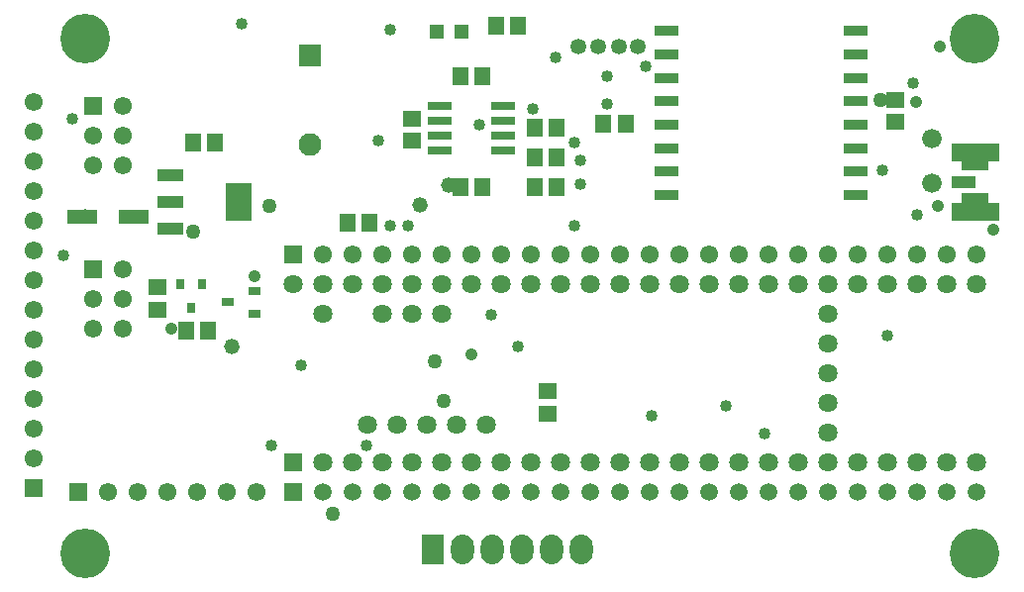
<source format=gts>
G04 DipTrace 3.2.0.1*
G04 Teensy3.6TouchDisplayLoRaV03.gts*
%MOIN*%
G04 #@! TF.FileFunction,Soldermask,Top*
G04 #@! TF.Part,Single*
%AMOUTLINE4*
4,1,4,
-0.03937,-0.015748,
0.03937,-0.015748,
0.03937,0.015748,
-0.03937,0.015748,
-0.03937,-0.015748,
0*%
%AMOUTLINE5*
4,1,4,
0.03937,0.015748,
-0.03937,0.015748,
-0.03937,-0.015748,
0.03937,-0.015748,
0.03937,0.015748,
0*%
%AMOUTLINE6*
4,1,4,
0.08,-0.03,
0.08,0.03,
-0.08,0.03,
-0.08,-0.03,
0.08,-0.03,
0*%
%AMOUTLINE7*
4,1,4,
0.04,-0.02,
0.04,0.02,
-0.04,0.02,
-0.04,-0.02,
0.04,-0.02,
0*%
%ADD13C,0.04*%
%ADD29C,0.05*%
%ADD32C,0.066*%
%ADD36R,0.1X0.05*%
%ADD39R,0.059055X0.059055*%
%ADD40C,0.059055*%
%ADD42C,0.05315*%
%ADD43R,0.047244X0.047244*%
%ADD45R,0.031496X0.035433*%
%ADD51R,0.064173X0.064173*%
%ADD52C,0.064173*%
%ADD66C,0.167*%
%ADD68C,0.042*%
%ADD70C,0.052*%
%ADD76R,0.08074X0.025622*%
%ADD78R,0.086646X0.129953*%
%ADD80R,0.086646X0.039402*%
%ADD88C,0.076803*%
%ADD90R,0.076803X0.076803*%
%ADD92R,0.043339X0.027591*%
%ADD100C,0.061055*%
%ADD102R,0.061055X0.061055*%
%ADD104O,0.076803X0.100425*%
%ADD106R,0.076803X0.100425*%
%ADD110R,0.061055X0.053181*%
%ADD112R,0.053181X0.061055*%
%ADD124OUTLINE4*%
%ADD125OUTLINE5*%
%ADD126OUTLINE6*%
%ADD127OUTLINE7*%
%FSLAX26Y26*%
G04*
G70*
G90*
G75*
G01*
G04 TopMask*
%LPD*%
D70*
X1793583Y1685209D3*
X1892630Y1751251D3*
X1162370Y1206116D3*
D68*
X1968536Y1181118D3*
X3723819Y1602332D3*
X1237362Y1443591D3*
X3537121Y1681066D3*
X3465903Y2031122D3*
X3543370Y2218509D3*
X956142Y1268609D3*
D66*
X3661418Y511811D3*
X669292D3*
Y2244095D3*
X3661418D3*
D13*
X2249756Y2181013D3*
X1193617Y2293502D3*
X1656068Y1899793D3*
X1693701Y2273701D3*
X3349641Y1799803D3*
X1693701Y1613701D3*
D29*
X3343391Y2037278D3*
D13*
X2824696Y1006137D3*
X2953701Y913701D3*
X593701Y1513701D3*
X2313701Y1893701D3*
X2424738Y2024780D3*
Y2118520D3*
X1393596Y1143622D3*
X3468378Y1649819D3*
X2555974Y2149767D3*
X2124769Y1206116D3*
X2333701Y1833701D3*
Y1753701D3*
X2174764Y2006032D3*
X1993701Y1953701D3*
X3455879Y2093523D3*
X3368389Y1243612D3*
X668672Y1649819D3*
D29*
X1499835Y643675D3*
X1874795Y1024885D3*
X1843549Y1156121D3*
X1031134Y1593575D3*
X1287357Y1681066D3*
D13*
X624927Y1974785D3*
X2313701Y1613701D3*
X1753701D3*
X2033701Y1313701D3*
X2573701Y973701D3*
X1613701Y873701D3*
X1293701D3*
D32*
X3518701Y1756200D3*
D112*
X2256103Y1743701D3*
X2181299D3*
D110*
X3393701Y2037360D3*
Y1962557D3*
X1768557Y1974785D3*
Y1899982D3*
D112*
X1549830Y1624822D3*
X1624633D3*
X2256103Y1943701D3*
X2181299D3*
D36*
X831201Y1643701D3*
X656201D3*
D112*
X1031299Y1893701D3*
X1106103D3*
D32*
X3518701Y1906200D3*
D106*
X1836614Y524937D3*
D104*
X1936614D3*
X2036614D3*
X2136614D3*
X2236614D3*
X2336614D3*
D102*
X493701Y731701D3*
D100*
Y831701D3*
Y931701D3*
Y1031701D3*
Y1131701D3*
Y1231701D3*
Y1331701D3*
Y1431701D3*
Y1531701D3*
Y1631701D3*
Y1731701D3*
Y1831701D3*
Y1931701D3*
Y2031701D3*
D42*
X2528701Y2218701D3*
X2463701D3*
X2393701D3*
X2328701D3*
D102*
X693701Y1468701D3*
D100*
X793701D3*
X693701Y1368701D3*
X793701D3*
X693701Y1268701D3*
X793701D3*
D102*
X693701Y2018701D3*
D100*
X793701D3*
X693701Y1918701D3*
X793701D3*
X693701Y1818701D3*
X793701D3*
D43*
X1935029Y2268701D3*
X1852352D3*
D45*
X1062381Y1418593D3*
X987578D3*
X1024979Y1335916D3*
D92*
X1237362Y1318604D3*
Y1393407D3*
X1146811Y1356005D3*
D112*
X2006103Y2118701D3*
X1931299D3*
X1081129Y1262360D3*
X1006326D3*
D110*
X912397Y1331103D3*
Y1405906D3*
D112*
X1931299Y1743701D3*
X2006103D3*
X2050019Y2287439D3*
X2124822D3*
D110*
X2224759Y981139D3*
Y1055942D3*
D112*
X2412239Y1956037D3*
X2487042D3*
X2256103Y1843701D3*
X2181299D3*
D102*
X643701Y718701D3*
D100*
X743701D3*
X843701D3*
X943701D3*
X1043701D3*
X1143701D3*
X1243701D3*
D90*
X1424945Y2187055D3*
D88*
Y1887843D3*
D124*
X3262598Y1718110D3*
Y1796851D3*
Y1875591D3*
Y1954331D3*
Y2033071D3*
Y2111811D3*
Y2190551D3*
Y2269292D3*
D125*
X2624803D3*
Y2190551D3*
Y2111811D3*
Y2033071D3*
Y1954331D3*
Y1875591D3*
Y1796851D3*
Y1718110D3*
D39*
X1368698Y718704D3*
D40*
X1468698D3*
X1568698D3*
X1668698D3*
X1768698D3*
X1868698D3*
X1968698D3*
X2068698D3*
X2168698D3*
X2268698D3*
X2368698D3*
X2468698D3*
X2568698D3*
X2668698D3*
X2768698D3*
X2868698D3*
X2968698D3*
X3068698D3*
X3168698D3*
X3268698D3*
X3368698D3*
X3468698D3*
X3568698D3*
X3668698D3*
D51*
X1368698Y818704D3*
D52*
X1468698D3*
X1568698D3*
X1668698D3*
X1768698D3*
X1868698D3*
X1968698D3*
X2068698D3*
X2168698D3*
X2268698D3*
X2368698D3*
X2468698D3*
X2568698D3*
X2668698D3*
X2768698D3*
X2868698D3*
X2968698D3*
X3068698D3*
X3168698D3*
X3268698D3*
X3368698D3*
X3468698D3*
X3568698D3*
X3668698D3*
X3168698Y918704D3*
Y1018704D3*
Y1118704D3*
Y1218704D3*
Y1318704D3*
Y1418704D3*
X3268698D3*
X3368698D3*
X3468698D3*
X3568698D3*
X3668698D3*
X3068698D3*
X2968698D3*
X2868698D3*
X2768698D3*
X2668698D3*
X2568698D3*
X2468698D3*
X2368698D3*
X2268698D3*
X2168698D3*
X2068698D3*
X1968698D3*
X1868698D3*
X1768698D3*
X1668698D3*
X1568698D3*
X1468698D3*
X1368698D3*
X1468698Y1318704D3*
X1668698D3*
X1768698D3*
X1868698D3*
X1618698Y943704D3*
X1718698D3*
X1818698D3*
X1918698D3*
X2018698D3*
D80*
X954528Y1784252D3*
Y1693701D3*
Y1603150D3*
D78*
X1182874Y1693701D3*
D76*
X2075000Y1868701D3*
Y1918701D3*
Y1968701D3*
Y2018701D3*
X1862402D3*
Y1968701D3*
Y1918701D3*
Y1868701D3*
D102*
X1368698Y1518704D3*
D100*
X1468698D3*
X1568698D3*
X1668698D3*
X1768698D3*
X1868698D3*
X1968698D3*
X2068698D3*
X2168698D3*
X2268698D3*
X2368698D3*
X2468698D3*
X2568698D3*
X2668698D3*
X2768698D3*
X2868698D3*
X2968698D3*
X3068698D3*
X3168698D3*
X3268698D3*
X3368698D3*
X3468698D3*
X3568698D3*
X3668698D3*
G36*
X3616682Y1689519D2*
X3708694D1*
Y1725581D1*
X3616682D1*
Y1689519D1*
G37*
G36*
X3708746Y1835301D2*
X3616682D1*
Y1799395D1*
X3708746D1*
Y1835301D1*
G37*
D126*
X3663702Y1862449D3*
Y1662449D3*
D127*
X3623702Y1762449D3*
M02*

</source>
